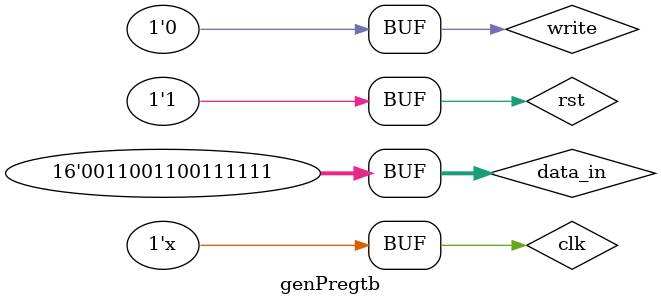
<source format=v>
module genPregtb;
    reg clk,write,rst;
    reg [15:0] data_in;
    wire [15:0] data_out;
    
    parameter clk_period = 10;

    Genaral_Purpose_Register gpr1 (clk,write,rst,data_in,data_out);

    initial begin
       clk = 0; 
    end
    
    always
        #(clk_period/2)
        clk = ~clk;
    
    initial
        begin
            rst=0; write = 0; data_in =16'd0;
            #(clk_period)

            data_in = 16'b0011001100110011; write =1;
            #(clk_period)

            data_in = 16'b0011001100111111; write =0;
            #(clk_period)

            rst = 1;

        end
endmodule
</source>
